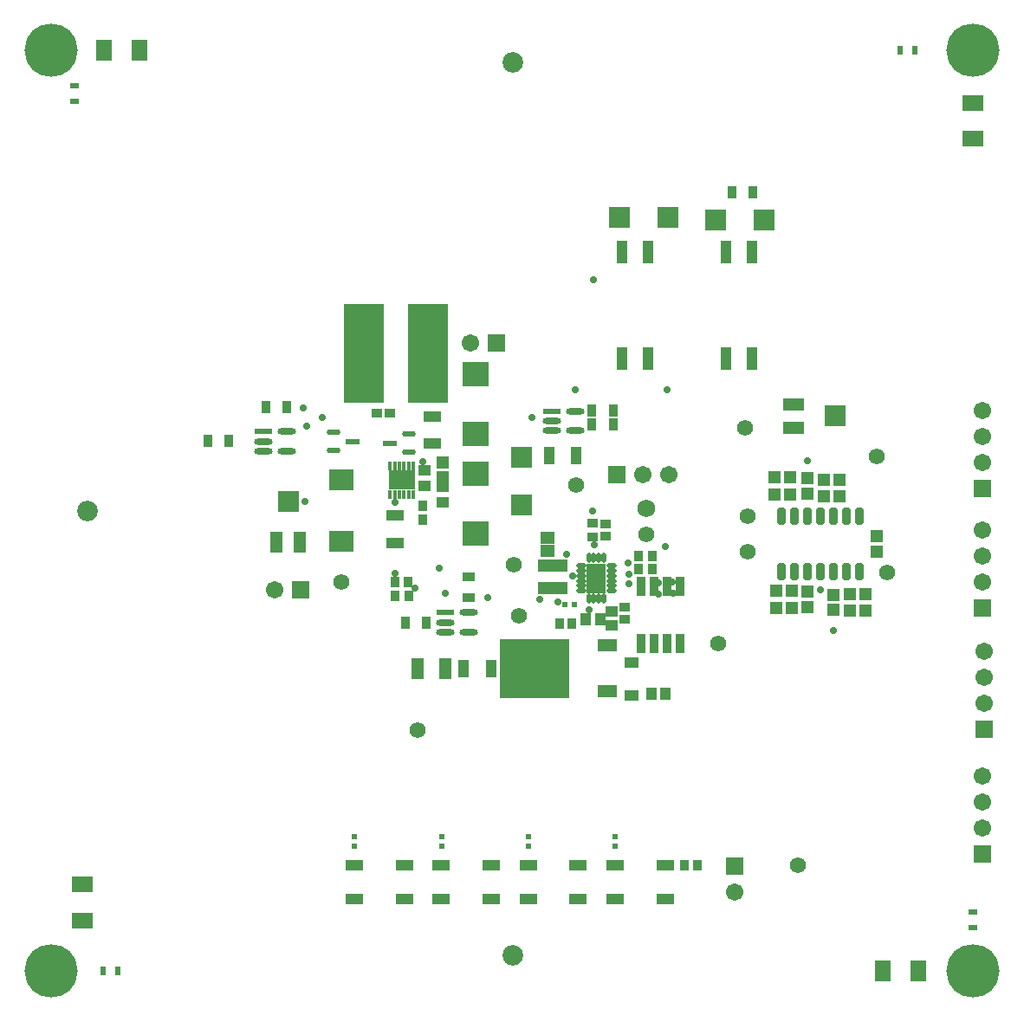
<source format=gts>
G04*
G04 #@! TF.GenerationSoftware,Altium Limited,Altium Designer,22.2.1 (43)*
G04*
G04 Layer_Color=8388736*
%FSLAX44Y44*%
%MOMM*%
G71*
G04*
G04 #@! TF.SameCoordinates,09C73F61-2481-4693-A516-3075C6E7F38E*
G04*
G04*
G04 #@! TF.FilePolarity,Negative*
G04*
G01*
G75*
%ADD16R,0.9562X1.2062*%
%ADD18R,0.5500X0.5000*%
%ADD19R,1.8052X0.6121*%
G04:AMPARAMS|DCode=20|XSize=1.8052mm|YSize=0.6121mm|CornerRadius=0.3061mm|HoleSize=0mm|Usage=FLASHONLY|Rotation=0.000|XOffset=0mm|YOffset=0mm|HoleType=Round|Shape=RoundedRectangle|*
%AMROUNDEDRECTD20*
21,1,1.8052,0.0000,0,0,0.0*
21,1,1.1931,0.6121,0,0,0.0*
1,1,0.6121,0.5966,0.0000*
1,1,0.6121,-0.5966,0.0000*
1,1,0.6121,-0.5966,0.0000*
1,1,0.6121,0.5966,0.0000*
%
%ADD20ROUNDEDRECTD20*%
%ADD33R,2.0000X2.0000*%
%ADD34R,1.3000X2.0000*%
%ADD42R,1.1430X2.0320*%
G04:AMPARAMS|DCode=44|XSize=1.3587mm|YSize=0.5868mm|CornerRadius=0.2934mm|HoleSize=0mm|Usage=FLASHONLY|Rotation=180.000|XOffset=0mm|YOffset=0mm|HoleType=Round|Shape=RoundedRectangle|*
%AMROUNDEDRECTD44*
21,1,1.3587,0.0000,0,0,180.0*
21,1,0.7719,0.5868,0,0,180.0*
1,1,0.5868,-0.3859,0.0000*
1,1,0.5868,0.3859,0.0000*
1,1,0.5868,0.3859,0.0000*
1,1,0.5868,-0.3859,0.0000*
%
%ADD44ROUNDEDRECTD44*%
%ADD45R,1.3587X0.5868*%
%ADD46R,1.2062X0.9562*%
%ADD47R,1.3562X1.1781*%
%ADD48R,0.9121X1.1311*%
%ADD49R,2.3300X1.9900*%
%ADD50R,2.1300X1.9900*%
%ADD52R,1.1311X0.9121*%
%ADD53R,1.0000X2.3000*%
%ADD56R,1.6030X2.1062*%
%ADD57R,0.9000X0.5000*%
%ADD58R,0.5000X0.9000*%
%ADD59R,2.1062X1.6030*%
%ADD60R,2.0000X2.0000*%
%ADD61R,2.0000X1.3000*%
%ADD62R,1.9900X2.1300*%
%ADD64R,0.5000X0.5500*%
%ADD65R,0.9032X1.0532*%
%ADD66O,1.0032X0.5032*%
%ADD67O,0.5032X1.0032*%
%ADD68R,1.8532X2.8532*%
%ADD69R,0.4532X0.9032*%
%ADD70R,2.5832X1.8532*%
%ADD71R,1.0532X0.9032*%
%ADD72R,1.1032X1.2532*%
%ADD73R,1.2532X1.1032*%
%ADD74R,1.0532X0.9532*%
%ADD75R,0.9532X1.0532*%
%ADD76R,1.1032X1.7532*%
%ADD77R,1.2032X1.0032*%
%ADD78R,1.1532X1.1532*%
%ADD79R,1.7532X1.1032*%
%ADD80R,0.8532X1.9532*%
%ADD81R,1.9532X1.1532*%
%ADD82R,6.8032X5.8032*%
%ADD83R,2.9032X1.2032*%
%ADD84R,3.9532X9.7032*%
%ADD85R,1.4232X1.1132*%
%ADD86R,2.5532X2.4032*%
%ADD87R,1.7032X1.1032*%
G04:AMPARAMS|DCode=88|XSize=0.8032mm|YSize=1.6532mm|CornerRadius=0.1526mm|HoleSize=0mm|Usage=FLASHONLY|Rotation=180.000|XOffset=0mm|YOffset=0mm|HoleType=Round|Shape=RoundedRectangle|*
%AMROUNDEDRECTD88*
21,1,0.8032,1.3480,0,0,180.0*
21,1,0.4980,1.6532,0,0,180.0*
1,1,0.3052,-0.2490,0.6740*
1,1,0.3052,0.2490,0.6740*
1,1,0.3052,0.2490,-0.6740*
1,1,0.3052,-0.2490,-0.6740*
%
%ADD88ROUNDEDRECTD88*%
%ADD89C,2.0160*%
%ADD90R,1.1532X1.1532*%
%ADD91C,1.7272*%
%ADD92C,1.5700*%
%ADD93C,1.7032*%
%ADD94R,1.7032X1.7032*%
%ADD95R,1.7032X1.7032*%
%ADD96C,5.2032*%
%ADD97C,0.7032*%
D16*
X279250Y601000D02*
D03*
X258750D02*
D03*
X222942Y568004D02*
D03*
X202442D02*
D03*
X577750Y584000D02*
D03*
X598250D02*
D03*
X416000Y390800D02*
D03*
X395500D02*
D03*
X577750Y598000D02*
D03*
X598250D02*
D03*
X735000Y811000D02*
D03*
X714500D02*
D03*
D18*
X550810Y408492D02*
D03*
X560310D02*
D03*
D19*
X433995Y400300D02*
D03*
X538495Y597500D02*
D03*
X256219Y577230D02*
D03*
D20*
X433995Y390800D02*
D03*
Y381300D02*
D03*
X457005D02*
D03*
Y400300D02*
D03*
X538495Y588000D02*
D03*
Y578500D02*
D03*
X561505D02*
D03*
Y597500D02*
D03*
X256219Y567730D02*
D03*
Y558230D02*
D03*
X279228D02*
D03*
Y577230D02*
D03*
D33*
X281000Y509000D02*
D03*
D34*
X292500Y469000D02*
D03*
X269500D02*
D03*
D42*
X407665Y346000D02*
D03*
X434335D02*
D03*
D44*
X399000Y557000D02*
D03*
Y575300D02*
D03*
X325000Y577000D02*
D03*
Y558700D02*
D03*
D45*
X380466Y566150D02*
D03*
X343534Y567850D02*
D03*
D46*
X457000Y414750D02*
D03*
Y435250D02*
D03*
D47*
X534000Y460359D02*
D03*
Y473641D02*
D03*
D48*
X412000Y491595D02*
D03*
Y504405D02*
D03*
D49*
X333000Y530100D02*
D03*
Y469900D02*
D03*
D50*
X509000Y505400D02*
D03*
Y552600D02*
D03*
D52*
X367595Y595000D02*
D03*
X380405D02*
D03*
D53*
X708550Y648950D02*
D03*
X733950D02*
D03*
X632350D02*
D03*
X606950D02*
D03*
Y753050D02*
D03*
X632350D02*
D03*
X708550D02*
D03*
X733950D02*
D03*
D56*
X861494Y50000D02*
D03*
X896506D02*
D03*
X135506Y950000D02*
D03*
X100494D02*
D03*
D57*
X950000Y92500D02*
D03*
Y107500D02*
D03*
X72000Y915500D02*
D03*
Y900500D02*
D03*
D58*
X893500Y950000D02*
D03*
X878500D02*
D03*
X99500Y50000D02*
D03*
X114500D02*
D03*
D59*
X950000Y863494D02*
D03*
X950000Y898506D02*
D03*
X80000Y134506D02*
D03*
Y99494D02*
D03*
D60*
X815000Y592500D02*
D03*
D61*
X775000Y581000D02*
D03*
Y604000D02*
D03*
D62*
X651740Y786984D02*
D03*
X604540D02*
D03*
X698400Y784000D02*
D03*
X745600D02*
D03*
D64*
X345118Y181641D02*
D03*
Y172141D02*
D03*
X430545Y181641D02*
D03*
Y172141D02*
D03*
X515493Y181641D02*
D03*
Y172141D02*
D03*
X600250Y181641D02*
D03*
Y172141D02*
D03*
D65*
X545750Y390000D02*
D03*
X558250D02*
D03*
X680817Y153241D02*
D03*
X668317D02*
D03*
D66*
X597000Y421500D02*
D03*
Y426500D02*
D03*
Y431500D02*
D03*
Y436500D02*
D03*
Y441500D02*
D03*
Y446500D02*
D03*
X567000D02*
D03*
Y441500D02*
D03*
Y436500D02*
D03*
Y431500D02*
D03*
Y426500D02*
D03*
Y421500D02*
D03*
D67*
X589500Y454000D02*
D03*
X584500D02*
D03*
X579500D02*
D03*
X574500D02*
D03*
Y414000D02*
D03*
X579500D02*
D03*
X584500D02*
D03*
X589500D02*
D03*
D68*
X582000Y434000D02*
D03*
D69*
X380500Y516000D02*
D03*
X385000D02*
D03*
X389500D02*
D03*
X394000D02*
D03*
X398500D02*
D03*
X403000D02*
D03*
X380500Y544000D02*
D03*
X385000D02*
D03*
X389500D02*
D03*
X394000D02*
D03*
X398500D02*
D03*
X403000D02*
D03*
D70*
X391750Y530000D02*
D03*
D71*
X591250Y474750D02*
D03*
Y487250D02*
D03*
X609500Y406050D02*
D03*
Y393550D02*
D03*
D72*
X585750Y393800D02*
D03*
X571250D02*
D03*
X635500Y321000D02*
D03*
X649000D02*
D03*
D73*
X597000Y388000D02*
D03*
Y401500D02*
D03*
D74*
X578250Y487500D02*
D03*
Y474500D02*
D03*
D75*
X636500Y456000D02*
D03*
X623500D02*
D03*
X636500Y443000D02*
D03*
X623500D02*
D03*
X398500Y417000D02*
D03*
X385500D02*
D03*
X398354Y430431D02*
D03*
X385354D02*
D03*
D76*
X479000Y346000D02*
D03*
X452500D02*
D03*
X562250Y554000D02*
D03*
X535750D02*
D03*
D77*
X432000Y508000D02*
D03*
Y523000D02*
D03*
X414000Y524500D02*
D03*
Y539500D02*
D03*
D78*
X432000Y532500D02*
D03*
Y547500D02*
D03*
X788000Y531500D02*
D03*
Y516500D02*
D03*
Y406000D02*
D03*
Y421000D02*
D03*
X813842Y402795D02*
D03*
Y417795D02*
D03*
X856000Y475000D02*
D03*
Y460000D02*
D03*
D79*
X422000Y565750D02*
D03*
Y592250D02*
D03*
X385000Y495250D02*
D03*
Y468750D02*
D03*
D80*
X663700Y426000D02*
D03*
X651000D02*
D03*
X638300D02*
D03*
X625600D02*
D03*
X663700Y370000D02*
D03*
X651000D02*
D03*
X638300D02*
D03*
X625600D02*
D03*
D81*
X592500Y323200D02*
D03*
Y368800D02*
D03*
D82*
X521500Y346000D02*
D03*
D83*
X539000Y424000D02*
D03*
Y446000D02*
D03*
D84*
X417250Y654000D02*
D03*
X354750D02*
D03*
D85*
X616000Y351700D02*
D03*
Y319000D02*
D03*
D86*
X464000Y633500D02*
D03*
Y575000D02*
D03*
Y477500D02*
D03*
Y536000D02*
D03*
D87*
X394616Y153223D02*
D03*
Y120224D02*
D03*
X345616D02*
D03*
Y153223D02*
D03*
X479431D02*
D03*
Y120224D02*
D03*
X430431D02*
D03*
Y153223D02*
D03*
X564246D02*
D03*
Y120224D02*
D03*
X515246D02*
D03*
Y153223D02*
D03*
X649061D02*
D03*
Y120224D02*
D03*
X600061D02*
D03*
Y153223D02*
D03*
D88*
X839100Y495000D02*
D03*
X826400D02*
D03*
X813700D02*
D03*
X801000D02*
D03*
X788300D02*
D03*
X775600D02*
D03*
X762900D02*
D03*
X839100Y440500D02*
D03*
X826400D02*
D03*
X813700D02*
D03*
X801000D02*
D03*
X788300D02*
D03*
X775600D02*
D03*
X762900D02*
D03*
D89*
X500000Y64984D02*
D03*
Y938000D02*
D03*
X85000Y500000D02*
D03*
D90*
X819500Y514500D02*
D03*
X804500D02*
D03*
X819500Y530500D02*
D03*
X804500D02*
D03*
X756256Y532808D02*
D03*
X771256D02*
D03*
X771000Y515500D02*
D03*
X756000D02*
D03*
X758000Y404500D02*
D03*
X773000D02*
D03*
Y421500D02*
D03*
X758000D02*
D03*
X845000Y402500D02*
D03*
X830000D02*
D03*
Y418500D02*
D03*
X845000D02*
D03*
D91*
X631000Y502000D02*
D03*
D92*
Y477000D02*
D03*
X506000Y397000D02*
D03*
X407111Y285356D02*
D03*
X501000Y447000D02*
D03*
X701000Y370000D02*
D03*
X333000Y430000D02*
D03*
X562000Y525000D02*
D03*
X778728Y153241D02*
D03*
X730000Y495000D02*
D03*
Y460229D02*
D03*
X727000Y581000D02*
D03*
X856000Y552800D02*
D03*
X866000Y440000D02*
D03*
D93*
X717000Y127600D02*
D03*
X959239Y189899D02*
D03*
Y215299D02*
D03*
Y240699D02*
D03*
X961000Y311600D02*
D03*
Y337000D02*
D03*
Y362400D02*
D03*
X959239Y429900D02*
D03*
Y455300D02*
D03*
Y480700D02*
D03*
X959239Y546850D02*
D03*
Y572250D02*
D03*
Y597650D02*
D03*
X652400Y535000D02*
D03*
X627000D02*
D03*
X267900Y422981D02*
D03*
X458600Y664000D02*
D03*
D94*
X717000Y153000D02*
D03*
X959239Y164499D02*
D03*
X961000Y286200D02*
D03*
X959239Y404500D02*
D03*
X959239Y521450D02*
D03*
D95*
X601600Y535000D02*
D03*
X293300Y422981D02*
D03*
X484000Y664000D02*
D03*
D96*
X950000Y50000D02*
D03*
Y950000D02*
D03*
X49000Y50000D02*
D03*
X49000Y950000D02*
D03*
D97*
X649000Y465000D02*
D03*
X614000Y438000D02*
D03*
X613000Y448646D02*
D03*
X295170Y600373D02*
D03*
X544000Y410899D02*
D03*
X527000Y413000D02*
D03*
X657000Y419000D02*
D03*
X656000Y430000D02*
D03*
X643000Y429500D02*
D03*
Y418500D02*
D03*
X559000Y436500D02*
D03*
X575010Y402987D02*
D03*
X614000Y428250D02*
D03*
X597000Y401500D02*
D03*
X297000Y509000D02*
D03*
X385000Y508000D02*
D03*
X582000Y428500D02*
D03*
Y439500D02*
D03*
X386750Y525000D02*
D03*
Y535000D02*
D03*
X396750Y525000D02*
D03*
Y535000D02*
D03*
X561000Y618000D02*
D03*
X428000Y444000D02*
D03*
X519000Y591000D02*
D03*
X788000Y549000D02*
D03*
X579667Y466795D02*
D03*
X476010Y415129D02*
D03*
X398354Y430431D02*
D03*
X405000Y424000D02*
D03*
X385000Y439000D02*
D03*
X412000Y548000D02*
D03*
X579000Y726000D02*
D03*
X651000Y618000D02*
D03*
X553000Y457000D02*
D03*
X433995Y419005D02*
D03*
X578469Y499326D02*
D03*
X801000Y423000D02*
D03*
X814000Y383000D02*
D03*
X299000Y583000D02*
D03*
X314000Y591000D02*
D03*
M02*

</source>
